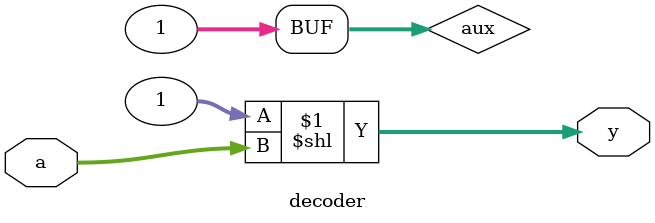
<source format=sv>
module decoder(
    input logic [4:0] a,
    output logic [31:0] y);

    logic [31:0] aux = 1;
    assign y = aux << a;
endmodule

</source>
